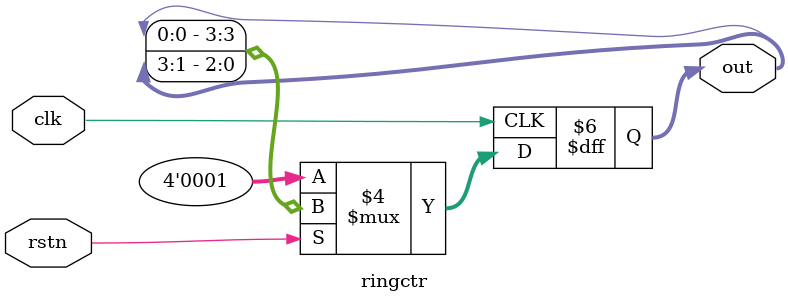
<source format=v>
    module ringctr 
      (  
        input clk,  
        input rstn,  
        output reg [3:0] out  
      );  
      
      always @ (posedge clk) begin  
          if (!rstn)  
             out <= 1;  
          else begin  
             out = {out[0], out[3:1]};
          end  
      end  
    endmodule  
</source>
